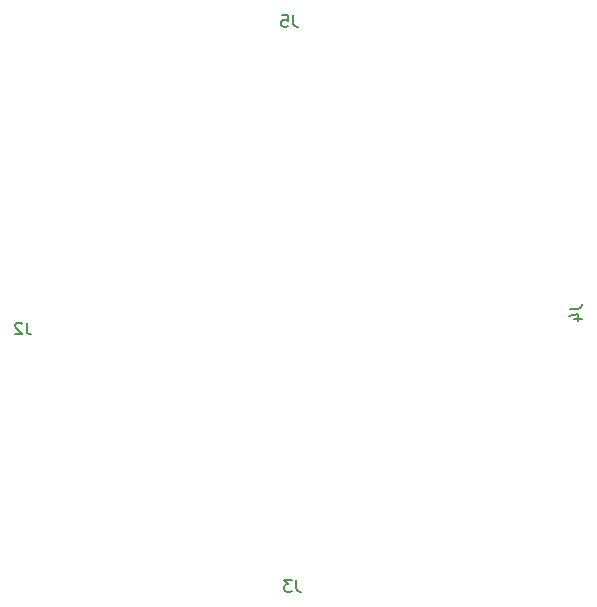
<source format=gbr>
%TF.GenerationSoftware,KiCad,Pcbnew,(5.1.8-0-10_14)*%
%TF.CreationDate,2021-02-16T17:48:47+08:00*%
%TF.ProjectId,batt_board,62617474-5f62-46f6-9172-642e6b696361,rev?*%
%TF.SameCoordinates,Original*%
%TF.FileFunction,Legend,Bot*%
%TF.FilePolarity,Positive*%
%FSLAX46Y46*%
G04 Gerber Fmt 4.6, Leading zero omitted, Abs format (unit mm)*
G04 Created by KiCad (PCBNEW (5.1.8-0-10_14)) date 2021-02-16 17:48:47*
%MOMM*%
%LPD*%
G01*
G04 APERTURE LIST*
%ADD10C,0.150000*%
G04 APERTURE END LIST*
%TO.C,J3*%
D10*
X121745333Y-109815380D02*
X121745333Y-110529666D01*
X121792952Y-110672523D01*
X121888190Y-110767761D01*
X122031047Y-110815380D01*
X122126285Y-110815380D01*
X121364380Y-109815380D02*
X120745333Y-109815380D01*
X121078666Y-110196333D01*
X120935809Y-110196333D01*
X120840571Y-110243952D01*
X120792952Y-110291571D01*
X120745333Y-110386809D01*
X120745333Y-110624904D01*
X120792952Y-110720142D01*
X120840571Y-110767761D01*
X120935809Y-110815380D01*
X121221523Y-110815380D01*
X121316761Y-110767761D01*
X121364380Y-110720142D01*
%TO.C,J5*%
X121491333Y-61999880D02*
X121491333Y-62714166D01*
X121538952Y-62857023D01*
X121634190Y-62952261D01*
X121777047Y-62999880D01*
X121872285Y-62999880D01*
X120538952Y-61999880D02*
X121015142Y-61999880D01*
X121062761Y-62476071D01*
X121015142Y-62428452D01*
X120919904Y-62380833D01*
X120681809Y-62380833D01*
X120586571Y-62428452D01*
X120538952Y-62476071D01*
X120491333Y-62571309D01*
X120491333Y-62809404D01*
X120538952Y-62904642D01*
X120586571Y-62952261D01*
X120681809Y-62999880D01*
X120919904Y-62999880D01*
X121015142Y-62952261D01*
X121062761Y-62904642D01*
%TO.C,J4*%
X144930880Y-86852166D02*
X145645166Y-86852166D01*
X145788023Y-86804547D01*
X145883261Y-86709309D01*
X145930880Y-86566452D01*
X145930880Y-86471214D01*
X145264214Y-87756928D02*
X145930880Y-87756928D01*
X144883261Y-87518833D02*
X145597547Y-87280738D01*
X145597547Y-87899785D01*
%TO.C,J2*%
X98948833Y-88034880D02*
X98948833Y-88749166D01*
X98996452Y-88892023D01*
X99091690Y-88987261D01*
X99234547Y-89034880D01*
X99329785Y-89034880D01*
X98520261Y-88130119D02*
X98472642Y-88082500D01*
X98377404Y-88034880D01*
X98139309Y-88034880D01*
X98044071Y-88082500D01*
X97996452Y-88130119D01*
X97948833Y-88225357D01*
X97948833Y-88320595D01*
X97996452Y-88463452D01*
X98567880Y-89034880D01*
X97948833Y-89034880D01*
%TD*%
M02*

</source>
